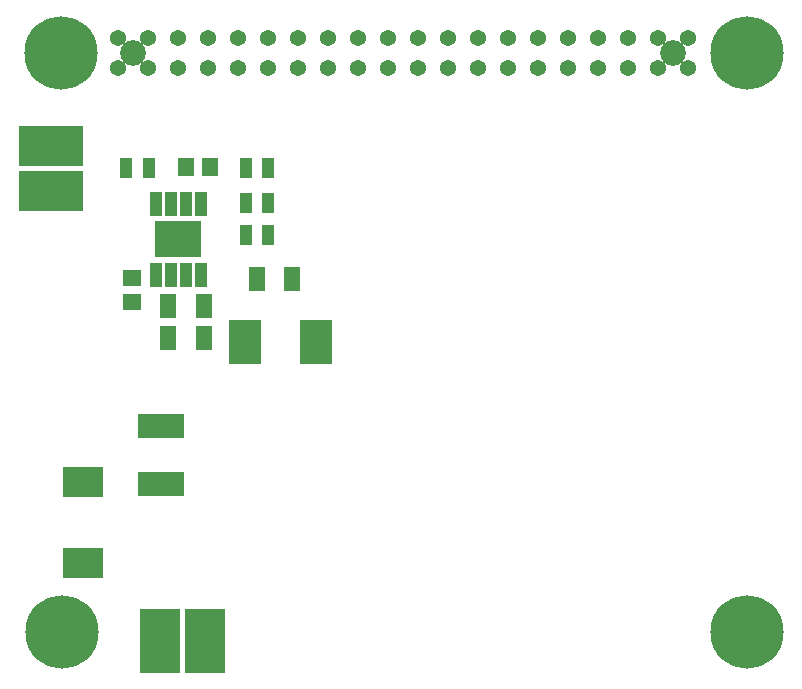
<source format=gbr>
G04 #@! TF.GenerationSoftware,KiCad,Pcbnew,(5.1.2)-2*
G04 #@! TF.CreationDate,2020-02-14T14:24:33-05:00*
G04 #@! TF.ProjectId,rpi-power-supply,7270692d-706f-4776-9572-2d737570706c,rev?*
G04 #@! TF.SameCoordinates,Original*
G04 #@! TF.FileFunction,Soldermask,Top*
G04 #@! TF.FilePolarity,Negative*
%FSLAX46Y46*%
G04 Gerber Fmt 4.6, Leading zero omitted, Abs format (unit mm)*
G04 Created by KiCad (PCBNEW (5.1.2)-2) date 2020-02-14 14:24:33*
%MOMM*%
%LPD*%
G04 APERTURE LIST*
%ADD10R,1.400000X2.000000*%
%ADD11R,1.400000X1.650000*%
%ADD12R,1.650000X1.400000*%
%ADD13R,3.490000X2.600000*%
%ADD14R,3.900000X2.000000*%
%ADD15R,3.910000X3.020000*%
%ADD16R,1.010000X2.000000*%
%ADD17R,2.750000X3.800000*%
%ADD18R,1.100000X1.700000*%
%ADD19R,3.400000X5.400000*%
%ADD20R,5.400000X3.400000*%
%ADD21C,6.200000*%
%ADD22C,1.365200*%
%ADD23C,2.178000*%
G04 APERTURE END LIST*
D10*
X137040000Y-97790000D03*
X140040000Y-97790000D03*
X137040000Y-100490000D03*
X140040000Y-100490000D03*
D11*
X138540000Y-85990000D03*
X140540000Y-85990000D03*
D12*
X133980000Y-97400000D03*
X133980000Y-95400000D03*
D10*
X147540000Y-95490000D03*
X144540000Y-95490000D03*
D13*
X129800000Y-119510000D03*
X129800000Y-112690000D03*
D14*
X136400000Y-107960000D03*
X136400000Y-112840000D03*
D15*
X137860000Y-92120000D03*
D16*
X135955000Y-89120000D03*
X137225000Y-89120000D03*
X138495000Y-89120000D03*
X139765000Y-89120000D03*
X139765000Y-95120000D03*
X138495000Y-95120000D03*
X137225000Y-95120000D03*
X135955000Y-95120000D03*
D17*
X149565000Y-100790000D03*
X143515000Y-100790000D03*
D18*
X133490000Y-86040000D03*
X135390000Y-86040000D03*
X143590000Y-86040000D03*
X145490000Y-86040000D03*
X143590000Y-89040000D03*
X145490000Y-89040000D03*
X145490000Y-91790000D03*
X143590000Y-91790000D03*
D19*
X136300000Y-126100000D03*
D20*
X127100000Y-88000000D03*
D19*
X140100000Y-126100000D03*
D20*
X127100000Y-84200000D03*
D21*
X127980000Y-76350000D03*
X185990000Y-76340000D03*
X185990000Y-125350000D03*
X128000000Y-125340000D03*
D22*
X160730000Y-77600000D03*
X158190000Y-77600000D03*
X163270000Y-77600000D03*
X165810000Y-77600000D03*
X175970000Y-77600000D03*
X173430000Y-77600000D03*
X168350000Y-77600000D03*
X170890000Y-77600000D03*
X178510000Y-77600000D03*
X181050000Y-77600000D03*
X155650000Y-77600000D03*
X153110000Y-77600000D03*
X145490000Y-77600000D03*
X142950000Y-77600000D03*
X148030000Y-77600000D03*
X150570000Y-77600000D03*
X140410000Y-77600000D03*
X137870000Y-77600000D03*
X132790000Y-77600000D03*
X135330000Y-77600000D03*
X135330000Y-75060000D03*
X132790000Y-75060000D03*
X137870000Y-75060000D03*
X140410000Y-75060000D03*
X150570000Y-75060000D03*
X148030000Y-75060000D03*
X142950000Y-75060000D03*
X145490000Y-75060000D03*
X153110000Y-75060000D03*
X155650000Y-75060000D03*
X181050000Y-75060000D03*
X178510000Y-75060000D03*
X170890000Y-75060000D03*
X168350000Y-75060000D03*
X173430000Y-75060000D03*
X175970000Y-75060000D03*
X165810000Y-75060000D03*
X163270000Y-75060000D03*
X158190000Y-75060000D03*
X160730000Y-75060000D03*
D23*
X134060000Y-76330000D03*
X179780000Y-76330000D03*
M02*

</source>
